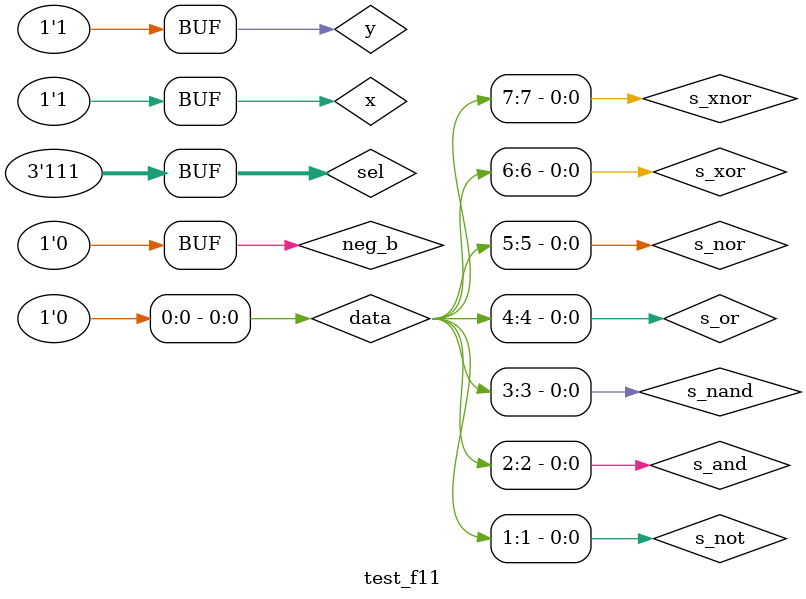
<source format=v>

module f11 (
    output s_not,
    output s_and,
    output s_nand,
    output s_or,
    output s_nor,
    output s_xor,
    output s_xnor,
    input  a,
    input  b,
    input  neg_b // chave extra para negação de b
);

    wire b_eff;
    not NOTB (b_eff, b);         // b efetivo invertido se necessário
    wire b_use;
    and AND1 (b_use, b, ~neg_b); // se neg_b=0, b_use=b; se neg_b=1, b_use=0
    or  ORB (b_use, b_eff, neg_b); // simplificação: b_use = neg_b ? ~b : b

    // operações
    not  NOT1  (s_not, a);
    and  AND2  (s_and, a, b_use);
    nand NAND2(s_nand, a, b_use);
    or   OR2   (s_or, a, b_use);
    nor  NOR2  (s_nor, a, b_use);
    xor  XOR2  (s_xor, a, b_use);
    xnor XNOR2 (s_xnor, a, b_use);

endmodule // f11

// ------------------------- 
// mux2 = 2x1 com portas
// ------------------------- 
module mux2 (
    output s,
    input  a,
    input  b,
    input  sel
);
    wire nsel, sa, sb;
    not NOT1 (nsel, sel);
    and AND1 (sa, a, nsel);
    and AND2 (sb, b, sel);
    or  OR1  (s, sa, sb);
endmodule // mux2

// ------------------------- 
// mux4 = 4x1 usando mux2
// ------------------------- 
module mux4 (
    output s,
    input  a,
    input  b,
    input  c,
    input  d,
    input  [1:0] sel
);
    wire s0, s1;
    mux2 M1 (s0, a, b, sel[0]);
    mux2 M2 (s1, c, d, sel[0]);
    mux2 M3 (s, s0, s1, sel[1]);
endmodule // mux4

// ------------------------- 
// mux8 = 8x1 usando mux4 e mux2
// ------------------------- 
module mux8 (
    output s,
    input  [7:0] data,
    input  [2:0] sel
);
    wire s_low, s_high;
    mux4 M_LOW  (s_low,  data[0], data[1], data[2], data[3], sel[1:0]);
    mux4 M_HIGH (s_high, data[4], data[5], data[6], data[7], sel[1:0]);
    mux2 M_TOP  (s, s_low, s_high, sel[2]);
endmodule // mux8

// ------------------------- 
// Testbench
// ------------------------- 
module test_f11;
    reg  x;
    reg  y;
    reg  neg_b;
    reg  [2:0] sel;
    wire s_not;
    wire s_and;
    wire s_nand;
    wire s_or;
    wire s_nor;
    wire s_xor;
    wire s_xnor;
    wire z;

    // instanciar unidade lógica
    f11 LU (s_not, s_and, s_nand, s_or, s_nor, s_xor, s_xnor, x, y, neg_b);

    // dados para o mux8
    wire [7:0] data;
    assign data = {s_xnor, s_xor, s_nor, s_or, s_nand, s_and, s_not, 1'b0}; 
    // 7 operações + 1 filler (não usado)

    // mux8 para escolher saída
    mux8 MUX_FINAL (z, data, sel);

    initial
    begin : main
        $display("Guia_0705 - Gabriel Ferreira Pereira - 842527");
        $display("x y neg_b sel | NOT AND NAND OR NOR XOR XNOR | z");
        $monitor("%b %b   %b    %3b |  %b   %b    %b   %b   %b   %b    %b  | %b",
                  x, y, neg_b, sel, s_not, s_and, s_nand, s_or, s_nor, s_xor, s_xnor, z);

        // exemplos de teste
        x=0; y=0; neg_b=0; sel=3'b000; #1;
        x=0; y=1; sel=3'b001; #1;
        x=1; y=0; sel=3'b010; #1;
        x=1; y=1; sel=3'b011; #1;

        sel=3'b100; #1;
        sel=3'b101; #1;
        sel=3'b110; #1;
        sel=3'b111; #1;
    end
endmodule
</source>
